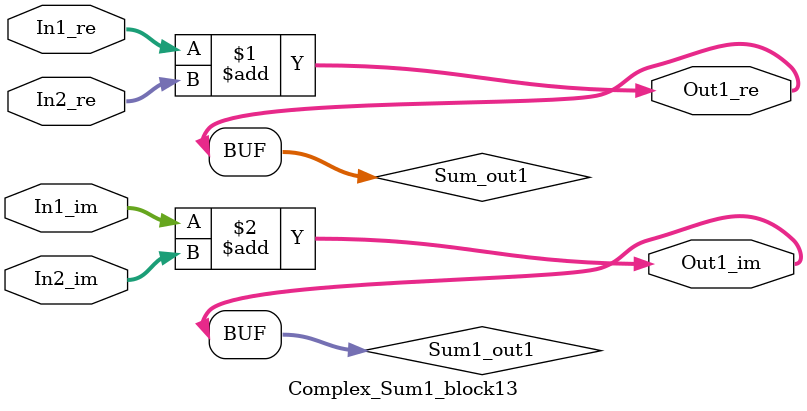
<source format=v>



`timescale 1 ns / 1 ns

module Complex_Sum1_block13
          (In1_re,
           In1_im,
           In2_re,
           In2_im,
           Out1_re,
           Out1_im);


  input   signed [36:0] In1_re;  // sfix37_En22
  input   signed [36:0] In1_im;  // sfix37_En22
  input   signed [36:0] In2_re;  // sfix37_En22
  input   signed [36:0] In2_im;  // sfix37_En22
  output  signed [36:0] Out1_re;  // sfix37_En22
  output  signed [36:0] Out1_im;  // sfix37_En22


  wire signed [36:0] Sum_out1;  // sfix37_En22
  wire signed [36:0] Sum1_out1;  // sfix37_En22


  assign Sum_out1 = In1_re + In2_re;



  assign Out1_re = Sum_out1;

  assign Sum1_out1 = In1_im + In2_im;



  assign Out1_im = Sum1_out1;

endmodule  // Complex_Sum1_block13


</source>
